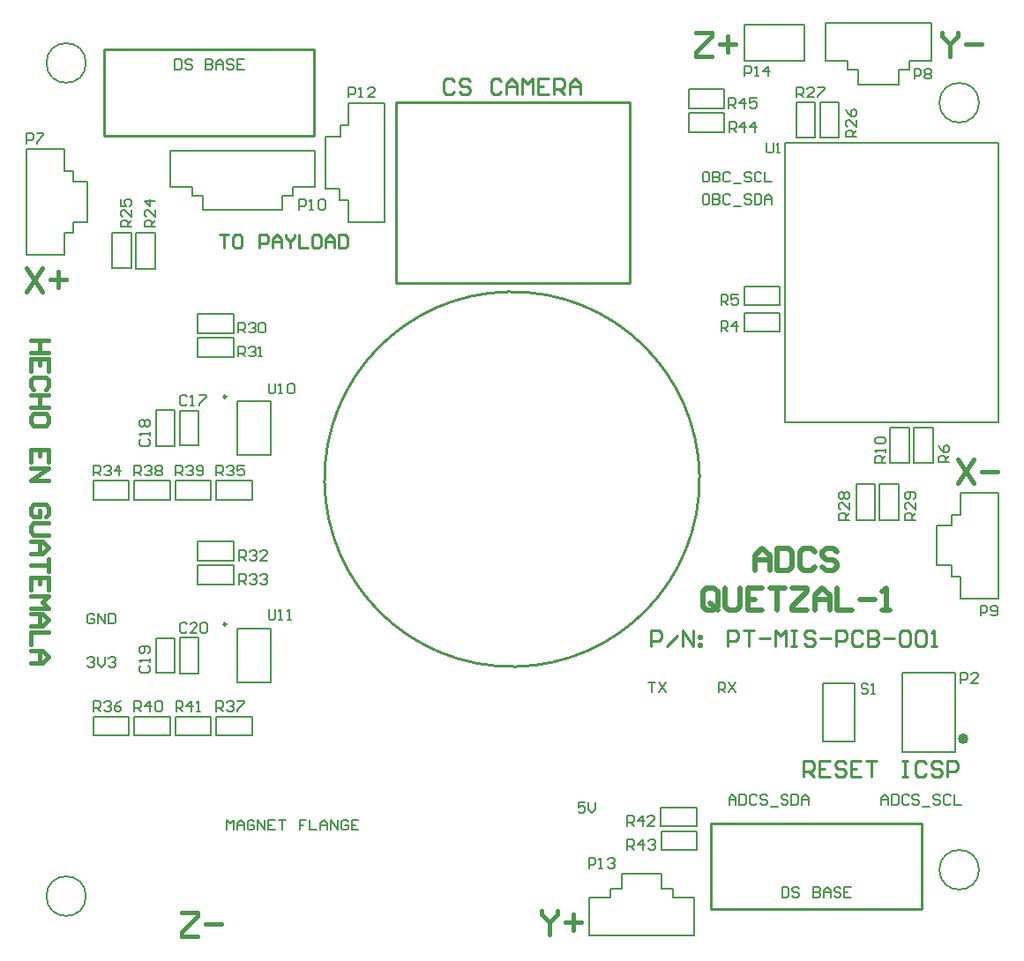
<source format=gto>
G04*
G04 #@! TF.GenerationSoftware,Altium Limited,Altium Designer,19.0.15 (446)*
G04*
G04 Layer_Color=65535*
%FSLAX25Y25*%
%MOIN*%
G70*
G01*
G75*
%ADD10C,0.02165*%
%ADD11C,0.00591*%
%ADD12C,0.00984*%
%ADD13C,0.01000*%
%ADD14C,0.00787*%
%ADD15C,0.02000*%
%ADD16C,0.01575*%
D10*
X340019Y59500D02*
G03*
X340019Y59500I-1019J0D01*
G01*
D11*
X344980Y300000D02*
G03*
X344980Y300000I-7480J0D01*
G01*
Y10000D02*
G03*
X344980Y10000I-7480J0D01*
G01*
X7480Y0D02*
G03*
X7480Y0I-7480J0D01*
G01*
Y315000D02*
G03*
X7480Y315000I-7480J0D01*
G01*
X286000Y58500D02*
Y80500D01*
Y58500D02*
X298000D01*
Y80500D01*
X286000D02*
X298000D01*
X32756Y250693D02*
X33543D01*
Y237307D02*
Y250693D01*
X32756Y237307D02*
X33543D01*
X26457Y250693D02*
X32756D01*
X26457Y237307D02*
Y250693D01*
Y237307D02*
X32756D01*
X23756Y250748D02*
X24543D01*
Y237362D02*
Y250748D01*
X23756Y237362D02*
X24543D01*
X17457Y250748D02*
X23756D01*
X17457Y237362D02*
Y250748D01*
Y237362D02*
X23756D01*
X291256Y300193D02*
X292043D01*
Y286807D02*
Y300193D01*
X291256Y286807D02*
X292043D01*
X284957Y300193D02*
X291256D01*
X284957Y286807D02*
Y300193D01*
Y286807D02*
X291256D01*
X282256Y300193D02*
X283043D01*
Y286807D02*
Y300193D01*
X282256Y286807D02*
X283043D01*
X275957Y300193D02*
X282256D01*
X275957Y286807D02*
Y300193D01*
Y286807D02*
X282256D01*
X298575Y142307D02*
X299362D01*
X298575D02*
Y155693D01*
X299362D01*
Y142307D02*
X305661D01*
Y155693D01*
X299362D02*
X305661D01*
X307457Y142307D02*
X308244D01*
X307457D02*
Y155693D01*
X308244D01*
Y142307D02*
X314543D01*
Y155693D01*
X308244D02*
X314543D01*
X224807Y32756D02*
Y33543D01*
X238193D01*
Y32756D02*
Y33543D01*
X224807Y26457D02*
Y32756D01*
Y26457D02*
X238193D01*
Y32756D01*
X224862Y23756D02*
Y24543D01*
X238248D01*
Y23756D02*
Y24543D01*
X224862Y17457D02*
Y23756D01*
Y17457D02*
X238248D01*
Y23756D01*
X248693Y288957D02*
Y289744D01*
X235307Y288957D02*
X248693D01*
X235307D02*
Y289744D01*
X248693D02*
Y296043D01*
X235307D02*
X248693D01*
X235307Y289744D02*
Y296043D01*
X248638Y297957D02*
Y298744D01*
X235252Y297957D02*
X248638D01*
X235252D02*
Y298744D01*
X248638D02*
Y305043D01*
X235252D02*
X248638D01*
X235252Y298744D02*
Y305043D01*
X269693Y213398D02*
Y214185D01*
X256307Y213398D02*
X269693D01*
X256307D02*
Y214185D01*
X269693D02*
Y220484D01*
X256307D02*
X269693D01*
X256307Y214185D02*
Y220484D01*
X269693Y223398D02*
Y224185D01*
X256307Y223398D02*
X269693D01*
X256307D02*
Y224185D01*
X269693D02*
Y230484D01*
X256307D02*
X269693D01*
X256307Y224185D02*
Y230484D01*
X326756Y177193D02*
X327543D01*
Y163807D02*
Y177193D01*
X326756Y163807D02*
X327543D01*
X320457Y177193D02*
X326756D01*
X320457Y163807D02*
Y177193D01*
Y163807D02*
X326756D01*
X311457D02*
X312244D01*
X311457D02*
Y177193D01*
X312244D01*
Y163807D02*
X318543D01*
Y177193D01*
X312244D02*
X318543D01*
X10307Y156256D02*
Y157043D01*
X23693D01*
Y156256D02*
Y157043D01*
X10307Y149957D02*
Y156256D01*
Y149957D02*
X23693D01*
Y156256D01*
X25807D02*
Y157043D01*
X39193D01*
Y156256D02*
Y157043D01*
X25807Y149957D02*
Y156256D01*
Y149957D02*
X39193D01*
Y156256D01*
X70193Y149957D02*
Y150744D01*
X56807Y149957D02*
X70193D01*
X56807D02*
Y150744D01*
X70193D02*
Y157043D01*
X56807D02*
X70193D01*
X56807Y150744D02*
Y157043D01*
X54693Y149957D02*
Y150744D01*
X41307Y149957D02*
X54693D01*
X41307D02*
Y150744D01*
X54693D02*
Y157043D01*
X41307D02*
X54693D01*
X41307Y150744D02*
Y157043D01*
X63193Y212957D02*
Y213744D01*
X49807Y212957D02*
X63193D01*
X49807D02*
Y213744D01*
X63193D02*
Y220043D01*
X49807D02*
X63193D01*
X49807Y213744D02*
Y220043D01*
X63193Y203957D02*
Y204744D01*
X49807Y203957D02*
X63193D01*
X49807D02*
Y204744D01*
X63193D02*
Y211043D01*
X49807D02*
X63193D01*
X49807Y204744D02*
Y211043D01*
X10307Y66992D02*
Y67779D01*
X23693D01*
Y66992D02*
Y67779D01*
X10307Y60693D02*
Y66992D01*
Y60693D02*
X23693D01*
Y66992D01*
X25807D02*
Y67779D01*
X39193D01*
Y66992D02*
Y67779D01*
X25807Y60693D02*
Y66992D01*
Y60693D02*
X39193D01*
Y66992D01*
X70193Y60693D02*
Y61480D01*
X56807Y60693D02*
X70193D01*
X56807D02*
Y61480D01*
X70193D02*
Y67779D01*
X56807D02*
X70193D01*
X56807Y61480D02*
Y67779D01*
X54693Y60693D02*
Y61480D01*
X41307Y60693D02*
X54693D01*
X41307D02*
Y61480D01*
X54693D02*
Y67779D01*
X41307D02*
X54693D01*
X41307Y61480D02*
Y67779D01*
X63193Y126957D02*
Y127744D01*
X49807Y126957D02*
X63193D01*
X49807D02*
Y127744D01*
X63193D02*
Y134043D01*
X49807D02*
X63193D01*
X49807Y127744D02*
Y134043D01*
X63193Y117957D02*
Y118744D01*
X49807Y117957D02*
X63193D01*
X49807D02*
Y118744D01*
X63193D02*
Y125043D01*
X49807D02*
X63193D01*
X49807Y118744D02*
Y125043D01*
X42913Y170504D02*
X50000D01*
Y183496D01*
X42913D02*
X50000D01*
X42913Y170504D02*
Y183496D01*
X33913Y84504D02*
X41000D01*
Y97496D01*
X33913D02*
X41000D01*
X33913Y84504D02*
Y97496D01*
X97850Y267441D02*
Y287323D01*
Y267441D02*
X103362D01*
Y263209D02*
Y267441D01*
Y263209D02*
X106709D01*
Y254941D02*
Y263209D01*
Y254941D02*
X120291D01*
X106709Y299823D02*
X120291D01*
Y254941D02*
Y299823D01*
X103559Y291555D02*
X106709D01*
X103559Y287323D02*
Y291555D01*
X97850Y287323D02*
X103559D01*
X106709Y291555D02*
Y299823D01*
X336000Y54516D02*
Y84516D01*
X316000Y54516D02*
Y84516D01*
Y54516D02*
X336000D01*
X316000Y84516D02*
X336000D01*
X271744Y284854D02*
X352453D01*
X271744Y179047D02*
Y284854D01*
X352453Y179047D02*
Y284854D01*
X271744Y179047D02*
X352453D01*
X-709Y242559D02*
Y250827D01*
X2638D01*
Y254961D01*
X8150D01*
Y270020D01*
X2638D02*
X8150D01*
X2638D02*
Y274252D01*
X-709D02*
X2638D01*
X-709D02*
Y282520D01*
X-15079D02*
X-709D01*
X-15079Y242559D02*
X-709D01*
X-15079D02*
Y282520D01*
X287059Y330079D02*
X327020D01*
X287059Y315709D02*
Y330079D01*
X327020Y315709D02*
Y330079D01*
X318752Y315709D02*
X327020D01*
X318752Y312362D02*
Y315709D01*
X314520Y312362D02*
X318752D01*
X314520Y306850D02*
Y312362D01*
X299461Y306850D02*
X314520D01*
X299461D02*
Y312362D01*
X295327D02*
X299461D01*
X295327D02*
Y315709D01*
X287059D02*
X295327D01*
X337917Y144213D02*
Y152480D01*
X334571Y144213D02*
X337917D01*
X334571Y140079D02*
Y144213D01*
X329059Y140079D02*
X334571D01*
X329059Y125020D02*
Y140079D01*
Y125020D02*
X334571D01*
Y120787D02*
Y125020D01*
Y120787D02*
X337917D01*
Y112520D02*
Y120787D01*
Y112520D02*
X352287D01*
X337917Y152480D02*
X352287D01*
Y112520D02*
Y152480D01*
X197520Y-14787D02*
X237480D01*
Y-417D01*
X197520Y-14787D02*
Y-417D01*
X205787D01*
Y2929D01*
X210020D01*
Y8441D01*
X225079D01*
Y2929D02*
Y8441D01*
Y2929D02*
X229213D01*
Y-417D02*
Y2929D01*
Y-417D02*
X237480D01*
X256260Y315980D02*
X278898D01*
X256260D02*
Y329563D01*
X278898D01*
Y315980D02*
Y329563D01*
X33913Y170307D02*
Y183693D01*
Y170307D02*
X41000D01*
X33913Y183693D02*
X41000D01*
Y170307D02*
Y183693D01*
X42913Y84307D02*
Y97693D01*
Y84307D02*
X50000D01*
X42913Y97693D02*
X50000D01*
Y84307D02*
Y97693D01*
X51795Y259350D02*
X66461D01*
X39295Y281791D02*
X94020D01*
X39295Y268209D02*
Y281791D01*
X81520Y264862D02*
X85752D01*
Y268209D01*
X94020D01*
Y281791D01*
X81520Y259350D02*
Y264862D01*
X66461Y259350D02*
X81520D01*
X51795D02*
Y264862D01*
X47563D02*
X51795D01*
X47563D02*
Y268209D01*
X39295D02*
X47563D01*
X41000Y316436D02*
Y312500D01*
X42968D01*
X43624Y313156D01*
Y315780D01*
X42968Y316436D01*
X41000D01*
X47560Y315780D02*
X46904Y316436D01*
X45592D01*
X44936Y315780D01*
Y315124D01*
X45592Y314468D01*
X46904D01*
X47560Y313812D01*
Y313156D01*
X46904Y312500D01*
X45592D01*
X44936Y313156D01*
X52807Y316436D02*
Y312500D01*
X54775D01*
X55431Y313156D01*
Y313812D01*
X54775Y314468D01*
X52807D01*
X54775D01*
X55431Y315124D01*
Y315780D01*
X54775Y316436D01*
X52807D01*
X56743Y312500D02*
Y315124D01*
X58055Y316436D01*
X59367Y315124D01*
Y312500D01*
Y314468D01*
X56743D01*
X63302Y315780D02*
X62647Y316436D01*
X61335D01*
X60679Y315780D01*
Y315124D01*
X61335Y314468D01*
X62647D01*
X63302Y313812D01*
Y313156D01*
X62647Y312500D01*
X61335D01*
X60679Y313156D01*
X67238Y316436D02*
X64614D01*
Y312500D01*
X67238D01*
X64614Y314468D02*
X65926D01*
X270500Y3518D02*
Y-417D01*
X272468D01*
X273124Y239D01*
Y2863D01*
X272468Y3518D01*
X270500D01*
X277060Y2863D02*
X276404Y3518D01*
X275092D01*
X274436Y2863D01*
Y2207D01*
X275092Y1551D01*
X276404D01*
X277060Y895D01*
Y239D01*
X276404Y-417D01*
X275092D01*
X274436Y239D01*
X282307Y3518D02*
Y-417D01*
X284275D01*
X284931Y239D01*
Y895D01*
X284275Y1551D01*
X282307D01*
X284275D01*
X284931Y2207D01*
Y2863D01*
X284275Y3518D01*
X282307D01*
X286243Y-417D02*
Y2207D01*
X287555Y3518D01*
X288867Y2207D01*
Y-417D01*
Y1551D01*
X286243D01*
X292803Y2863D02*
X292147Y3518D01*
X290835D01*
X290179Y2863D01*
Y2207D01*
X290835Y1551D01*
X292147D01*
X292803Y895D01*
Y239D01*
X292147Y-417D01*
X290835D01*
X290179Y239D01*
X296738Y3518D02*
X294114D01*
Y-417D01*
X296738D01*
X294114Y1551D02*
X295426D01*
X60634Y25000D02*
Y28936D01*
X61946Y27624D01*
X63258Y28936D01*
Y25000D01*
X64570D02*
Y27624D01*
X65882Y28936D01*
X67194Y27624D01*
Y25000D01*
Y26968D01*
X64570D01*
X71130Y28280D02*
X70474Y28936D01*
X69162D01*
X68506Y28280D01*
Y25656D01*
X69162Y25000D01*
X70474D01*
X71130Y25656D01*
Y26968D01*
X69818D01*
X72442Y25000D02*
Y28936D01*
X75065Y25000D01*
Y28936D01*
X79001D02*
X76377D01*
Y25000D01*
X79001D01*
X76377Y26968D02*
X77689D01*
X80313Y28936D02*
X82937D01*
X81625D01*
Y25000D01*
X90808Y28936D02*
X88185D01*
Y26968D01*
X89496D01*
X88185D01*
Y25000D01*
X92120Y28936D02*
Y25000D01*
X94744D01*
X96056D02*
Y27624D01*
X97368Y28936D01*
X98680Y27624D01*
Y25000D01*
Y26968D01*
X96056D01*
X99992Y25000D02*
Y28936D01*
X102616Y25000D01*
Y28936D01*
X106551Y28280D02*
X105895Y28936D01*
X104584D01*
X103928Y28280D01*
Y25656D01*
X104584Y25000D01*
X105895D01*
X106551Y25656D01*
Y26968D01*
X105239D01*
X110487Y28936D02*
X107863D01*
Y25000D01*
X110487D01*
X107863Y26968D02*
X109175D01*
X242468Y273936D02*
X241156D01*
X240500Y273280D01*
Y270656D01*
X241156Y270000D01*
X242468D01*
X243124Y270656D01*
Y273280D01*
X242468Y273936D01*
X244436D02*
Y270000D01*
X246404D01*
X247060Y270656D01*
Y271312D01*
X246404Y271968D01*
X244436D01*
X246404D01*
X247060Y272624D01*
Y273280D01*
X246404Y273936D01*
X244436D01*
X250995Y273280D02*
X250339Y273936D01*
X249027D01*
X248372Y273280D01*
Y270656D01*
X249027Y270000D01*
X250339D01*
X250995Y270656D01*
X252307Y269344D02*
X254931D01*
X258867Y273280D02*
X258211Y273936D01*
X256899D01*
X256243Y273280D01*
Y272624D01*
X256899Y271968D01*
X258211D01*
X258867Y271312D01*
Y270656D01*
X258211Y270000D01*
X256899D01*
X256243Y270656D01*
X262803Y273280D02*
X262147Y273936D01*
X260835D01*
X260179Y273280D01*
Y270656D01*
X260835Y270000D01*
X262147D01*
X262803Y270656D01*
X264114Y273936D02*
Y270000D01*
X266738D01*
X242468Y265436D02*
X241156D01*
X240500Y264780D01*
Y262156D01*
X241156Y261500D01*
X242468D01*
X243124Y262156D01*
Y264780D01*
X242468Y265436D01*
X244436D02*
Y261500D01*
X246404D01*
X247060Y262156D01*
Y262812D01*
X246404Y263468D01*
X244436D01*
X246404D01*
X247060Y264124D01*
Y264780D01*
X246404Y265436D01*
X244436D01*
X250995Y264780D02*
X250339Y265436D01*
X249027D01*
X248372Y264780D01*
Y262156D01*
X249027Y261500D01*
X250339D01*
X250995Y262156D01*
X252307Y260844D02*
X254931D01*
X258867Y264780D02*
X258211Y265436D01*
X256899D01*
X256243Y264780D01*
Y264124D01*
X256899Y263468D01*
X258211D01*
X258867Y262812D01*
Y262156D01*
X258211Y261500D01*
X256899D01*
X256243Y262156D01*
X260179Y265436D02*
Y261500D01*
X262147D01*
X262803Y262156D01*
Y264780D01*
X262147Y265436D01*
X260179D01*
X264114Y261500D02*
Y264124D01*
X265426Y265436D01*
X266738Y264124D01*
Y261500D01*
Y263468D01*
X264114D01*
X10624Y106280D02*
X9968Y106936D01*
X8656D01*
X8000Y106280D01*
Y103656D01*
X8656Y103000D01*
X9968D01*
X10624Y103656D01*
Y104968D01*
X9312D01*
X11936Y103000D02*
Y106936D01*
X14560Y103000D01*
Y106936D01*
X15871D02*
Y103000D01*
X17839D01*
X18495Y103656D01*
Y106280D01*
X17839Y106936D01*
X15871D01*
X8000Y89780D02*
X8656Y90436D01*
X9968D01*
X10624Y89780D01*
Y89124D01*
X9968Y88468D01*
X9312D01*
X9968D01*
X10624Y87812D01*
Y87156D01*
X9968Y86500D01*
X8656D01*
X8000Y87156D01*
X11936Y90436D02*
Y87812D01*
X13248Y86500D01*
X14560Y87812D01*
Y90436D01*
X15871Y89780D02*
X16527Y90436D01*
X17839D01*
X18495Y89780D01*
Y89124D01*
X17839Y88468D01*
X17183D01*
X17839D01*
X18495Y87812D01*
Y87156D01*
X17839Y86500D01*
X16527D01*
X15871Y87156D01*
X308000Y34500D02*
Y37124D01*
X309312Y38436D01*
X310624Y37124D01*
Y34500D01*
Y36468D01*
X308000D01*
X311936Y38436D02*
Y34500D01*
X313904D01*
X314560Y35156D01*
Y37780D01*
X313904Y38436D01*
X311936D01*
X318495Y37780D02*
X317839Y38436D01*
X316527D01*
X315872Y37780D01*
Y35156D01*
X316527Y34500D01*
X317839D01*
X318495Y35156D01*
X322431Y37780D02*
X321775Y38436D01*
X320463D01*
X319807Y37780D01*
Y37124D01*
X320463Y36468D01*
X321775D01*
X322431Y35812D01*
Y35156D01*
X321775Y34500D01*
X320463D01*
X319807Y35156D01*
X323743Y33844D02*
X326367D01*
X330303Y37780D02*
X329647Y38436D01*
X328335D01*
X327679Y37780D01*
Y37124D01*
X328335Y36468D01*
X329647D01*
X330303Y35812D01*
Y35156D01*
X329647Y34500D01*
X328335D01*
X327679Y35156D01*
X334238Y37780D02*
X333582Y38436D01*
X332270D01*
X331614Y37780D01*
Y35156D01*
X332270Y34500D01*
X333582D01*
X334238Y35156D01*
X335550Y38436D02*
Y34500D01*
X338174D01*
X250500D02*
Y37124D01*
X251812Y38436D01*
X253124Y37124D01*
Y34500D01*
Y36468D01*
X250500D01*
X254436Y38436D02*
Y34500D01*
X256404D01*
X257060Y35156D01*
Y37780D01*
X256404Y38436D01*
X254436D01*
X260995Y37780D02*
X260339Y38436D01*
X259027D01*
X258371Y37780D01*
Y35156D01*
X259027Y34500D01*
X260339D01*
X260995Y35156D01*
X264931Y37780D02*
X264275Y38436D01*
X262963D01*
X262307Y37780D01*
Y37124D01*
X262963Y36468D01*
X264275D01*
X264931Y35812D01*
Y35156D01*
X264275Y34500D01*
X262963D01*
X262307Y35156D01*
X266243Y33844D02*
X268867D01*
X272802Y37780D02*
X272147Y38436D01*
X270835D01*
X270179Y37780D01*
Y37124D01*
X270835Y36468D01*
X272147D01*
X272802Y35812D01*
Y35156D01*
X272147Y34500D01*
X270835D01*
X270179Y35156D01*
X274114Y38436D02*
Y34500D01*
X276082D01*
X276738Y35156D01*
Y37780D01*
X276082Y38436D01*
X274114D01*
X278050Y34500D02*
Y37124D01*
X279362Y38436D01*
X280674Y37124D01*
Y34500D01*
Y36468D01*
X278050D01*
X196124Y35436D02*
X193500D01*
Y33468D01*
X194812Y34124D01*
X195468D01*
X196124Y33468D01*
Y32156D01*
X195468Y31500D01*
X194156D01*
X193500Y32156D01*
X197436Y35436D02*
Y32812D01*
X198748Y31500D01*
X200060Y32812D01*
Y35436D01*
X220000Y80936D02*
X222624D01*
X221312D01*
Y77000D01*
X223936Y80936D02*
X226560Y77000D01*
Y80936D02*
X223936Y77000D01*
X246500D02*
Y80936D01*
X248468D01*
X249124Y80280D01*
Y78968D01*
X248468Y78312D01*
X246500D01*
X247812D02*
X249124Y77000D01*
X250436Y80936D02*
X253060Y77000D01*
Y80936D02*
X250436Y77000D01*
X106709Y302000D02*
Y305936D01*
X108677D01*
X109333Y305280D01*
Y303968D01*
X108677Y303312D01*
X106709D01*
X110644Y302000D02*
X111956D01*
X111300D01*
Y305936D01*
X110644Y305280D01*
X116548Y302000D02*
X113924D01*
X116548Y304624D01*
Y305280D01*
X115892Y305936D01*
X114580D01*
X113924Y305280D01*
X88000Y259500D02*
Y263436D01*
X89968D01*
X90624Y262780D01*
Y261468D01*
X89968Y260812D01*
X88000D01*
X91936Y259500D02*
X93248D01*
X92592D01*
Y263436D01*
X91936Y262780D01*
X95215D02*
X95872Y263436D01*
X97183D01*
X97839Y262780D01*
Y260156D01*
X97183Y259500D01*
X95872D01*
X95215Y260156D01*
Y262780D01*
X303124Y79780D02*
X302468Y80436D01*
X301156D01*
X300500Y79780D01*
Y79124D01*
X301156Y78468D01*
X302468D01*
X303124Y77812D01*
Y77156D01*
X302468Y76500D01*
X301156D01*
X300500Y77156D01*
X304436Y76500D02*
X305748D01*
X305092D01*
Y80436D01*
X304436Y79780D01*
X338000Y80500D02*
Y84436D01*
X339968D01*
X340624Y83780D01*
Y82468D01*
X339968Y81812D01*
X338000D01*
X344560Y80500D02*
X341936D01*
X344560Y83124D01*
Y83780D01*
X343904Y84436D01*
X342592D01*
X341936Y83780D01*
X76500Y108436D02*
Y105156D01*
X77156Y104500D01*
X78468D01*
X79124Y105156D01*
Y108436D01*
X80436Y104500D02*
X81748D01*
X81092D01*
Y108436D01*
X80436Y107780D01*
X83715Y104500D02*
X85027D01*
X84372D01*
Y108436D01*
X83715Y107780D01*
X65436Y117957D02*
Y121892D01*
X67404D01*
X68060Y121237D01*
Y119925D01*
X67404Y119269D01*
X65436D01*
X66748D02*
X68060Y117957D01*
X69371Y121237D02*
X70027Y121892D01*
X71339D01*
X71995Y121237D01*
Y120580D01*
X71339Y119925D01*
X70683D01*
X71339D01*
X71995Y119269D01*
Y118613D01*
X71339Y117957D01*
X70027D01*
X69371Y118613D01*
X73307Y121237D02*
X73963Y121892D01*
X75275D01*
X75931Y121237D01*
Y120580D01*
X75275Y119925D01*
X74619D01*
X75275D01*
X75931Y119269D01*
Y118613D01*
X75275Y117957D01*
X73963D01*
X73307Y118613D01*
X65436Y126957D02*
Y130892D01*
X67404D01*
X68060Y130236D01*
Y128925D01*
X67404Y128269D01*
X65436D01*
X66748D02*
X68060Y126957D01*
X69371Y130236D02*
X70027Y130892D01*
X71339D01*
X71995Y130236D01*
Y129580D01*
X71339Y128925D01*
X70683D01*
X71339D01*
X71995Y128269D01*
Y127613D01*
X71339Y126957D01*
X70027D01*
X69371Y127613D01*
X75931Y126957D02*
X73307D01*
X75931Y129580D01*
Y130236D01*
X75275Y130892D01*
X73963D01*
X73307Y130236D01*
X41500Y69736D02*
Y73672D01*
X43468D01*
X44124Y73016D01*
Y71704D01*
X43468Y71048D01*
X41500D01*
X42812D02*
X44124Y69736D01*
X47404D02*
Y73672D01*
X45436Y71704D01*
X48060D01*
X49371Y69736D02*
X50683D01*
X50027D01*
Y73672D01*
X49371Y73016D01*
X56807Y69736D02*
Y73672D01*
X58775D01*
X59431Y73016D01*
Y71704D01*
X58775Y71048D01*
X56807D01*
X58119D02*
X59431Y69736D01*
X60743Y73016D02*
X61399Y73672D01*
X62711D01*
X63367Y73016D01*
Y72360D01*
X62711Y71704D01*
X62055D01*
X62711D01*
X63367Y71048D01*
Y70392D01*
X62711Y69736D01*
X61399D01*
X60743Y70392D01*
X64679Y73672D02*
X67302D01*
Y73016D01*
X64679Y70392D01*
Y69736D01*
X25807D02*
Y73672D01*
X27775D01*
X28431Y73016D01*
Y71704D01*
X27775Y71048D01*
X25807D01*
X27119D02*
X28431Y69736D01*
X31711D02*
Y73672D01*
X29743Y71704D01*
X32367D01*
X33679Y73016D02*
X34334Y73672D01*
X35646D01*
X36302Y73016D01*
Y70392D01*
X35646Y69736D01*
X34334D01*
X33679Y70392D01*
Y73016D01*
X10307Y69736D02*
Y73672D01*
X12275D01*
X12931Y73016D01*
Y71704D01*
X12275Y71048D01*
X10307D01*
X11619D02*
X12931Y69736D01*
X14243Y73016D02*
X14899Y73672D01*
X16211D01*
X16867Y73016D01*
Y72360D01*
X16211Y71704D01*
X15555D01*
X16211D01*
X16867Y71048D01*
Y70392D01*
X16211Y69736D01*
X14899D01*
X14243Y70392D01*
X20802Y73672D02*
X19490Y73016D01*
X18179Y71704D01*
Y70392D01*
X18835Y69736D01*
X20146D01*
X20802Y70392D01*
Y71048D01*
X20146Y71704D01*
X18179D01*
X45537Y102780D02*
X44881Y103436D01*
X43569D01*
X42913Y102780D01*
Y100156D01*
X43569Y99500D01*
X44881D01*
X45537Y100156D01*
X49473Y99500D02*
X46849D01*
X49473Y102124D01*
Y102780D01*
X48817Y103436D01*
X47505D01*
X46849Y102780D01*
X50785D02*
X51441Y103436D01*
X52753D01*
X53409Y102780D01*
Y100156D01*
X52753Y99500D01*
X51441D01*
X50785Y100156D01*
Y102780D01*
X28220Y87124D02*
X27564Y86468D01*
Y85156D01*
X28220Y84500D01*
X30844D01*
X31500Y85156D01*
Y86468D01*
X30844Y87124D01*
X31500Y88436D02*
Y89748D01*
Y89092D01*
X27564D01*
X28220Y88436D01*
X30844Y91716D02*
X31500Y92371D01*
Y93683D01*
X30844Y94339D01*
X28220D01*
X27564Y93683D01*
Y92371D01*
X28220Y91716D01*
X28876D01*
X29532Y92371D01*
Y94339D01*
X76500Y193936D02*
Y190656D01*
X77156Y190000D01*
X78468D01*
X79124Y190656D01*
Y193936D01*
X80436Y190000D02*
X81748D01*
X81092D01*
Y193936D01*
X80436Y193280D01*
X83715D02*
X84372Y193936D01*
X85683D01*
X86339Y193280D01*
Y190656D01*
X85683Y190000D01*
X84372D01*
X83715Y190656D01*
Y193280D01*
X64936Y204000D02*
Y207936D01*
X66904D01*
X67559Y207280D01*
Y205968D01*
X66904Y205312D01*
X64936D01*
X66248D02*
X67559Y204000D01*
X68871Y207280D02*
X69527Y207936D01*
X70839D01*
X71495Y207280D01*
Y206624D01*
X70839Y205968D01*
X70183D01*
X70839D01*
X71495Y205312D01*
Y204656D01*
X70839Y204000D01*
X69527D01*
X68871Y204656D01*
X72807Y204000D02*
X74119D01*
X73463D01*
Y207936D01*
X72807Y207280D01*
X64936Y213000D02*
Y216936D01*
X66904D01*
X67559Y216280D01*
Y214968D01*
X66904Y214312D01*
X64936D01*
X66248D02*
X67559Y213000D01*
X68871Y216280D02*
X69527Y216936D01*
X70839D01*
X71495Y216280D01*
Y215624D01*
X70839Y214968D01*
X70183D01*
X70839D01*
X71495Y214312D01*
Y213656D01*
X70839Y213000D01*
X69527D01*
X68871Y213656D01*
X72807Y216280D02*
X73463Y216936D01*
X74775D01*
X75431Y216280D01*
Y213656D01*
X74775Y213000D01*
X73463D01*
X72807Y213656D01*
Y216280D01*
X41307Y159000D02*
Y162936D01*
X43275D01*
X43931Y162280D01*
Y160968D01*
X43275Y160312D01*
X41307D01*
X42619D02*
X43931Y159000D01*
X45243Y162280D02*
X45899Y162936D01*
X47211D01*
X47867Y162280D01*
Y161624D01*
X47211Y160968D01*
X46555D01*
X47211D01*
X47867Y160312D01*
Y159656D01*
X47211Y159000D01*
X45899D01*
X45243Y159656D01*
X49179D02*
X49834Y159000D01*
X51146D01*
X51802Y159656D01*
Y162280D01*
X51146Y162936D01*
X49834D01*
X49179Y162280D01*
Y161624D01*
X49834Y160968D01*
X51802D01*
X56807Y159000D02*
Y162936D01*
X58775D01*
X59431Y162280D01*
Y160968D01*
X58775Y160312D01*
X56807D01*
X58119D02*
X59431Y159000D01*
X60743Y162280D02*
X61399Y162936D01*
X62711D01*
X63367Y162280D01*
Y161624D01*
X62711Y160968D01*
X62055D01*
X62711D01*
X63367Y160312D01*
Y159656D01*
X62711Y159000D01*
X61399D01*
X60743Y159656D01*
X67302Y162936D02*
X64679D01*
Y160968D01*
X65991Y161624D01*
X66646D01*
X67302Y160968D01*
Y159656D01*
X66646Y159000D01*
X65334D01*
X64679Y159656D01*
X25807Y159000D02*
Y162936D01*
X27775D01*
X28431Y162280D01*
Y160968D01*
X27775Y160312D01*
X25807D01*
X27119D02*
X28431Y159000D01*
X29743Y162280D02*
X30399Y162936D01*
X31711D01*
X32367Y162280D01*
Y161624D01*
X31711Y160968D01*
X31055D01*
X31711D01*
X32367Y160312D01*
Y159656D01*
X31711Y159000D01*
X30399D01*
X29743Y159656D01*
X33679Y162280D02*
X34334Y162936D01*
X35646D01*
X36302Y162280D01*
Y161624D01*
X35646Y160968D01*
X36302Y160312D01*
Y159656D01*
X35646Y159000D01*
X34334D01*
X33679Y159656D01*
Y160312D01*
X34334Y160968D01*
X33679Y161624D01*
Y162280D01*
X34334Y160968D02*
X35646D01*
X10307Y159000D02*
Y162936D01*
X12275D01*
X12931Y162280D01*
Y160968D01*
X12275Y160312D01*
X10307D01*
X11619D02*
X12931Y159000D01*
X14243Y162280D02*
X14899Y162936D01*
X16211D01*
X16867Y162280D01*
Y161624D01*
X16211Y160968D01*
X15555D01*
X16211D01*
X16867Y160312D01*
Y159656D01*
X16211Y159000D01*
X14899D01*
X14243Y159656D01*
X20146Y159000D02*
Y162936D01*
X18179Y160968D01*
X20802D01*
X28220Y172931D02*
X27564Y172275D01*
Y170963D01*
X28220Y170307D01*
X30844D01*
X31500Y170963D01*
Y172275D01*
X30844Y172931D01*
X31500Y174243D02*
Y175555D01*
Y174899D01*
X27564D01*
X28220Y174243D01*
Y177523D02*
X27564Y178179D01*
Y179490D01*
X28220Y180146D01*
X28876D01*
X29532Y179490D01*
X30188Y180146D01*
X30844D01*
X31500Y179490D01*
Y178179D01*
X30844Y177523D01*
X30188D01*
X29532Y178179D01*
X28876Y177523D01*
X28220D01*
X29532Y178179D02*
Y179490D01*
X45624Y188780D02*
X44968Y189436D01*
X43656D01*
X43000Y188780D01*
Y186156D01*
X43656Y185500D01*
X44968D01*
X45624Y186156D01*
X46936Y185500D02*
X48248D01*
X47592D01*
Y189436D01*
X46936Y188780D01*
X50216Y189436D02*
X52839D01*
Y188780D01*
X50216Y186156D01*
Y185500D01*
X264567Y284936D02*
Y281656D01*
X265223Y281000D01*
X266535D01*
X267191Y281656D01*
Y284936D01*
X268503Y281000D02*
X269815D01*
X269159D01*
Y284936D01*
X268503Y284280D01*
X309500Y163807D02*
X305564D01*
Y165775D01*
X306220Y166431D01*
X307532D01*
X308188Y165775D01*
Y163807D01*
Y165119D02*
X309500Y166431D01*
Y167743D02*
Y169055D01*
Y168399D01*
X305564D01*
X306220Y167743D01*
Y171023D02*
X305564Y171679D01*
Y172991D01*
X306220Y173646D01*
X308844D01*
X309500Y172991D01*
Y171679D01*
X308844Y171023D01*
X306220D01*
X333500Y164000D02*
X329564D01*
Y165968D01*
X330220Y166624D01*
X331532D01*
X332188Y165968D01*
Y164000D01*
Y165312D02*
X333500Y166624D01*
X329564Y170560D02*
X330220Y169248D01*
X331532Y167936D01*
X332844D01*
X333500Y168592D01*
Y169904D01*
X332844Y170560D01*
X332188D01*
X331532Y169904D01*
Y167936D01*
X247500Y223548D02*
Y227483D01*
X249468D01*
X250124Y226827D01*
Y225516D01*
X249468Y224859D01*
X247500D01*
X248812D02*
X250124Y223548D01*
X254060Y227483D02*
X251436D01*
Y225516D01*
X252748Y226171D01*
X253404D01*
X254060Y225516D01*
Y224204D01*
X253404Y223548D01*
X252092D01*
X251436Y224204D01*
X247500Y213650D02*
Y217586D01*
X249468D01*
X250124Y216930D01*
Y215618D01*
X249468Y214962D01*
X247500D01*
X248812D02*
X250124Y213650D01*
X253404D02*
Y217586D01*
X251436Y215618D01*
X254060D01*
X250445Y297957D02*
Y301892D01*
X252413D01*
X253069Y301237D01*
Y299925D01*
X252413Y299269D01*
X250445D01*
X251757D02*
X253069Y297957D01*
X256348D02*
Y301892D01*
X254381Y299925D01*
X257004D01*
X260940Y301892D02*
X258316D01*
Y299925D01*
X259628Y300581D01*
X260284D01*
X260940Y299925D01*
Y298613D01*
X260284Y297957D01*
X258972D01*
X258316Y298613D01*
X250555Y288957D02*
Y292892D01*
X252523D01*
X253179Y292236D01*
Y290925D01*
X252523Y290269D01*
X250555D01*
X251867D02*
X253179Y288957D01*
X256459D02*
Y292892D01*
X254491Y290925D01*
X257115D01*
X260395Y288957D02*
Y292892D01*
X258427Y290925D01*
X261050D01*
X212055Y17457D02*
Y21392D01*
X214023D01*
X214679Y20737D01*
Y19425D01*
X214023Y18769D01*
X212055D01*
X213367D02*
X214679Y17457D01*
X217959D02*
Y21392D01*
X215991Y19425D01*
X218615D01*
X219927Y20737D02*
X220583Y21392D01*
X221895D01*
X222550Y20737D01*
Y20080D01*
X221895Y19425D01*
X221238D01*
X221895D01*
X222550Y18769D01*
Y18113D01*
X221895Y17457D01*
X220583D01*
X219927Y18113D01*
X211945Y26457D02*
Y30392D01*
X213913D01*
X214569Y29737D01*
Y28425D01*
X213913Y27769D01*
X211945D01*
X213257D02*
X214569Y26457D01*
X217848D02*
Y30392D01*
X215881Y28425D01*
X218504D01*
X222440Y26457D02*
X219816D01*
X222440Y29081D01*
Y29737D01*
X221784Y30392D01*
X220472D01*
X219816Y29737D01*
X321000Y142307D02*
X317064D01*
Y144275D01*
X317720Y144931D01*
X319032D01*
X319688Y144275D01*
Y142307D01*
Y143619D02*
X321000Y144931D01*
Y148867D02*
Y146243D01*
X318376Y148867D01*
X317720D01*
X317064Y148211D01*
Y146899D01*
X317720Y146243D01*
X320344Y150179D02*
X321000Y150835D01*
Y152146D01*
X320344Y152802D01*
X317720D01*
X317064Y152146D01*
Y150835D01*
X317720Y150179D01*
X318376D01*
X319032Y150835D01*
Y152802D01*
X296000Y142307D02*
X292064D01*
Y144275D01*
X292720Y144931D01*
X294032D01*
X294688Y144275D01*
Y142307D01*
Y143619D02*
X296000Y144931D01*
Y148867D02*
Y146243D01*
X293376Y148867D01*
X292720D01*
X292064Y148211D01*
Y146899D01*
X292720Y146243D01*
Y150179D02*
X292064Y150835D01*
Y152146D01*
X292720Y152802D01*
X293376D01*
X294032Y152146D01*
X294688Y152802D01*
X295344D01*
X296000Y152146D01*
Y150835D01*
X295344Y150179D01*
X294688D01*
X294032Y150835D01*
X293376Y150179D01*
X292720D01*
X294032Y150835D02*
Y152146D01*
X276039Y302000D02*
Y305936D01*
X278007D01*
X278663Y305280D01*
Y303968D01*
X278007Y303312D01*
X276039D01*
X277351D02*
X278663Y302000D01*
X282599D02*
X279975D01*
X282599Y304624D01*
Y305280D01*
X281943Y305936D01*
X280631D01*
X279975Y305280D01*
X283911Y305936D02*
X286535D01*
Y305280D01*
X283911Y302656D01*
Y302000D01*
X298500Y287000D02*
X294564D01*
Y288968D01*
X295220Y289624D01*
X296532D01*
X297188Y288968D01*
Y287000D01*
Y288312D02*
X298500Y289624D01*
Y293560D02*
Y290936D01*
X295876Y293560D01*
X295220D01*
X294564Y292904D01*
Y291592D01*
X295220Y290936D01*
X294564Y297495D02*
X295220Y296183D01*
X296532Y294871D01*
X297844D01*
X298500Y295527D01*
Y296839D01*
X297844Y297495D01*
X297188D01*
X296532Y296839D01*
Y294871D01*
X24500Y253000D02*
X20564D01*
Y254968D01*
X21220Y255624D01*
X22532D01*
X23188Y254968D01*
Y253000D01*
Y254312D02*
X24500Y255624D01*
Y259560D02*
Y256936D01*
X21876Y259560D01*
X21220D01*
X20564Y258904D01*
Y257592D01*
X21220Y256936D01*
X20564Y263495D02*
Y260872D01*
X22532D01*
X21876Y262183D01*
Y262839D01*
X22532Y263495D01*
X23844D01*
X24500Y262839D01*
Y261527D01*
X23844Y260872D01*
X33500Y253000D02*
X29564D01*
Y254968D01*
X30220Y255624D01*
X31532D01*
X32188Y254968D01*
Y253000D01*
Y254312D02*
X33500Y255624D01*
Y259560D02*
Y256936D01*
X30876Y259560D01*
X30220D01*
X29564Y258904D01*
Y257592D01*
X30220Y256936D01*
X33500Y262839D02*
X29564D01*
X31532Y260872D01*
Y263495D01*
X256260Y310000D02*
Y313936D01*
X258228D01*
X258884Y313280D01*
Y311968D01*
X258228Y311312D01*
X256260D01*
X260196Y310000D02*
X261508D01*
X260852D01*
Y313936D01*
X260196Y313280D01*
X265443Y310000D02*
Y313936D01*
X263475Y311968D01*
X266099D01*
X197520Y10500D02*
Y14436D01*
X199488D01*
X200144Y13780D01*
Y12468D01*
X199488Y11812D01*
X197520D01*
X201455Y10500D02*
X202767D01*
X202111D01*
Y14436D01*
X201455Y13780D01*
X204735D02*
X205391Y14436D01*
X206703D01*
X207359Y13780D01*
Y13124D01*
X206703Y12468D01*
X206047D01*
X206703D01*
X207359Y11812D01*
Y11156D01*
X206703Y10500D01*
X205391D01*
X204735Y11156D01*
X345500Y106000D02*
Y109936D01*
X347468D01*
X348124Y109280D01*
Y107968D01*
X347468Y107312D01*
X345500D01*
X349436Y106656D02*
X350092Y106000D01*
X351404D01*
X352060Y106656D01*
Y109280D01*
X351404Y109936D01*
X350092D01*
X349436Y109280D01*
Y108624D01*
X350092Y107968D01*
X352060D01*
X320500Y309000D02*
Y312936D01*
X322468D01*
X323124Y312280D01*
Y310968D01*
X322468Y310312D01*
X320500D01*
X324436Y312280D02*
X325092Y312936D01*
X326404D01*
X327060Y312280D01*
Y311624D01*
X326404Y310968D01*
X327060Y310312D01*
Y309656D01*
X326404Y309000D01*
X325092D01*
X324436Y309656D01*
Y310312D01*
X325092Y310968D01*
X324436Y311624D01*
Y312280D01*
X325092Y310968D02*
X326404D01*
X-15079Y284500D02*
Y288436D01*
X-13111D01*
X-12455Y287780D01*
Y286468D01*
X-13111Y285812D01*
X-15079D01*
X-11143Y288436D02*
X-8519D01*
Y287780D01*
X-11143Y285156D01*
Y284500D01*
D12*
X60469Y188811D02*
G03*
X60469Y188811I-492J0D01*
G01*
Y102811D02*
G03*
X60469Y102811I-492J0D01*
G01*
D13*
X162587Y87038D02*
G03*
X162432Y87052I5913J70619D01*
G01*
X124500Y300000D02*
X213000D01*
X93750Y287500D02*
Y320000D01*
X14250D02*
X93750D01*
X14250Y287500D02*
Y320000D01*
X14250Y287500D02*
X93750D01*
X243750Y-5000D02*
X323250D01*
X243750D02*
Y27500D01*
X323250D01*
Y-5000D02*
Y27500D01*
X124500Y231941D02*
Y300000D01*
Y231941D02*
X213000D01*
Y300000D01*
X146499Y307998D02*
X145499Y308998D01*
X143500D01*
X142500Y307998D01*
Y304000D01*
X143500Y303000D01*
X145499D01*
X146499Y304000D01*
X152497Y307998D02*
X151497Y308998D01*
X149498D01*
X148498Y307998D01*
Y306999D01*
X149498Y305999D01*
X151497D01*
X152497Y304999D01*
Y304000D01*
X151497Y303000D01*
X149498D01*
X148498Y304000D01*
X164493Y307998D02*
X163493Y308998D01*
X161494D01*
X160494Y307998D01*
Y304000D01*
X161494Y303000D01*
X163493D01*
X164493Y304000D01*
X166492Y303000D02*
Y306999D01*
X168492Y308998D01*
X170491Y306999D01*
Y303000D01*
Y305999D01*
X166492D01*
X172490Y303000D02*
Y308998D01*
X174490Y306999D01*
X176489Y308998D01*
Y303000D01*
X182487Y308998D02*
X178488D01*
Y303000D01*
X182487D01*
X178488Y305999D02*
X180488D01*
X184486Y303000D02*
Y308998D01*
X187485D01*
X188485Y307998D01*
Y305999D01*
X187485Y304999D01*
X184486D01*
X186486D02*
X188485Y303000D01*
X190484D02*
Y306999D01*
X192484Y308998D01*
X194483Y306999D01*
Y303000D01*
Y305999D01*
X190484D01*
X278500Y45000D02*
Y50998D01*
X281499D01*
X282499Y49998D01*
Y47999D01*
X281499Y46999D01*
X278500D01*
X280499D02*
X282499Y45000D01*
X288497Y50998D02*
X284498D01*
Y45000D01*
X288497D01*
X284498Y47999D02*
X286497D01*
X294495Y49998D02*
X293495Y50998D01*
X291496D01*
X290496Y49998D01*
Y48999D01*
X291496Y47999D01*
X293495D01*
X294495Y46999D01*
Y46000D01*
X293495Y45000D01*
X291496D01*
X290496Y46000D01*
X300493Y50998D02*
X296494D01*
Y45000D01*
X300493D01*
X296494Y47999D02*
X298494D01*
X302492Y50998D02*
X306491D01*
X304492D01*
Y45000D01*
X316000Y50998D02*
X317999D01*
X317000D01*
Y45000D01*
X316000D01*
X317999D01*
X324997Y49998D02*
X323997Y50998D01*
X321998D01*
X320998Y49998D01*
Y46000D01*
X321998Y45000D01*
X323997D01*
X324997Y46000D01*
X330995Y49998D02*
X329995Y50998D01*
X327996D01*
X326996Y49998D01*
Y48999D01*
X327996Y47999D01*
X329995D01*
X330995Y46999D01*
Y46000D01*
X329995Y45000D01*
X327996D01*
X326996Y46000D01*
X332995Y45000D02*
Y50998D01*
X335994D01*
X336993Y49998D01*
Y47999D01*
X335994Y46999D01*
X332995D01*
X58000Y249998D02*
X61332D01*
X59666D01*
Y245000D01*
X65498Y249998D02*
X63831D01*
X62998Y249165D01*
Y245833D01*
X63831Y245000D01*
X65498D01*
X66331Y245833D01*
Y249165D01*
X65498Y249998D01*
X72995Y245000D02*
Y249998D01*
X75494D01*
X76327Y249165D01*
Y247499D01*
X75494Y246666D01*
X72995D01*
X77994Y245000D02*
Y248332D01*
X79660Y249998D01*
X81326Y248332D01*
Y245000D01*
Y247499D01*
X77994D01*
X82992Y249998D02*
Y249165D01*
X84658Y247499D01*
X86324Y249165D01*
Y249998D01*
X84658Y247499D02*
Y245000D01*
X87990Y249998D02*
Y245000D01*
X91322D01*
X95488Y249998D02*
X93822D01*
X92989Y249165D01*
Y245833D01*
X93822Y245000D01*
X95488D01*
X96321Y245833D01*
Y249165D01*
X95488Y249998D01*
X97987Y245000D02*
Y248332D01*
X99653Y249998D01*
X101319Y248332D01*
Y245000D01*
Y247499D01*
X97987D01*
X102985Y249998D02*
Y245000D01*
X105485D01*
X106318Y245833D01*
Y249165D01*
X105485Y249998D01*
X102985D01*
X221000Y94500D02*
Y100498D01*
X223999D01*
X224999Y99498D01*
Y97499D01*
X223999Y96499D01*
X221000D01*
X226998Y94500D02*
X230997Y98499D01*
X232996Y94500D02*
Y100498D01*
X236995Y94500D01*
Y100498D01*
X238994Y98499D02*
X239994D01*
Y97499D01*
X238994D01*
Y98499D01*
Y95500D02*
X239994D01*
Y94500D01*
X238994D01*
Y95500D01*
X249991Y94500D02*
Y100498D01*
X252990D01*
X253989Y99498D01*
Y97499D01*
X252990Y96499D01*
X249991D01*
X255989Y100498D02*
X259987D01*
X257988D01*
Y94500D01*
X261987Y97499D02*
X265985D01*
X267985Y94500D02*
Y100498D01*
X269984Y98499D01*
X271984Y100498D01*
Y94500D01*
X273983Y100498D02*
X275982D01*
X274983D01*
Y94500D01*
X273983D01*
X275982D01*
X282980Y99498D02*
X281980Y100498D01*
X279981D01*
X278981Y99498D01*
Y98499D01*
X279981Y97499D01*
X281980D01*
X282980Y96499D01*
Y95500D01*
X281980Y94500D01*
X279981D01*
X278981Y95500D01*
X284979Y97499D02*
X288978D01*
X290977Y94500D02*
Y100498D01*
X293976D01*
X294976Y99498D01*
Y97499D01*
X293976Y96499D01*
X290977D01*
X300974Y99498D02*
X299974Y100498D01*
X297975D01*
X296975Y99498D01*
Y95500D01*
X297975Y94500D01*
X299974D01*
X300974Y95500D01*
X302974Y100498D02*
Y94500D01*
X305973D01*
X306972Y95500D01*
Y96499D01*
X305973Y97499D01*
X302974D01*
X305973D01*
X306972Y98499D01*
Y99498D01*
X305973Y100498D01*
X302974D01*
X308972Y97499D02*
X312970D01*
X314970Y99498D02*
X315969Y100498D01*
X317969D01*
X318968Y99498D01*
Y95500D01*
X317969Y94500D01*
X315969D01*
X314970Y95500D01*
Y99498D01*
X320968D02*
X321967Y100498D01*
X323967D01*
X324966Y99498D01*
Y95500D01*
X323967Y94500D01*
X321967D01*
X320968Y95500D01*
Y99498D01*
X326966Y94500D02*
X328965D01*
X327965D01*
Y100498D01*
X326966Y99498D01*
D14*
X64701Y166961D02*
Y187039D01*
X77299D01*
Y166961D02*
Y187039D01*
X64701Y166961D02*
X77299D01*
X64701Y80961D02*
Y101039D01*
X77299D01*
Y80961D02*
Y101039D01*
X64701Y80961D02*
X77299D01*
D15*
X260327Y122997D02*
Y128662D01*
X263159Y131494D01*
X265992Y128662D01*
Y122997D01*
Y127245D01*
X260327D01*
X268824Y131494D02*
Y122997D01*
X273073D01*
X274489Y124413D01*
Y130078D01*
X273073Y131494D01*
X268824D01*
X282986Y130078D02*
X281570Y131494D01*
X278738D01*
X277321Y130078D01*
Y124413D01*
X278738Y122997D01*
X281570D01*
X282986Y124413D01*
X291483Y130078D02*
X290067Y131494D01*
X287235D01*
X285819Y130078D01*
Y128662D01*
X287235Y127245D01*
X290067D01*
X291483Y125829D01*
Y124413D01*
X290067Y122997D01*
X287235D01*
X285819Y124413D01*
X246165Y109416D02*
Y115081D01*
X244749Y116497D01*
X241916D01*
X240500Y115081D01*
Y109416D01*
X241916Y108000D01*
X244749D01*
X243332Y110832D02*
X246165Y108000D01*
X244749D02*
X246165Y109416D01*
X248997Y116497D02*
Y109416D01*
X250413Y108000D01*
X253246D01*
X254662Y109416D01*
Y116497D01*
X263159D02*
X257494D01*
Y108000D01*
X263159D01*
X257494Y112249D02*
X260327D01*
X265992Y116497D02*
X271657D01*
X268824D01*
Y108000D01*
X274489Y116497D02*
X280154D01*
Y115081D01*
X274489Y109416D01*
Y108000D01*
X280154D01*
X282986D02*
Y113665D01*
X285819Y116497D01*
X288651Y113665D01*
Y108000D01*
Y112249D01*
X282986D01*
X291483Y116497D02*
Y108000D01*
X297148D01*
X299981Y112249D02*
X305646D01*
X308478Y108000D02*
X311310D01*
X309894D01*
Y116497D01*
X308478Y115081D01*
D16*
X-6612Y210000D02*
X-13500D01*
X-10056D01*
Y205408D01*
X-6612D01*
X-13500D01*
X-6612Y198521D02*
Y203113D01*
X-13500D01*
Y198521D01*
X-10056Y203113D02*
Y200817D01*
X-7760Y191633D02*
X-6612Y192781D01*
Y195077D01*
X-7760Y196225D01*
X-12352D01*
X-13500Y195077D01*
Y192781D01*
X-12352Y191633D01*
X-6612Y189337D02*
X-13500D01*
X-10056D01*
Y184746D01*
X-6612D01*
X-13500D01*
X-6612Y179006D02*
Y181302D01*
X-7760Y182450D01*
X-12352D01*
X-13500Y181302D01*
Y179006D01*
X-12352Y177858D01*
X-7760D01*
X-6612Y179006D01*
Y164083D02*
Y168675D01*
X-13500D01*
Y164083D01*
X-10056Y168675D02*
Y166379D01*
X-13500Y161787D02*
X-6612D01*
X-13500Y157196D01*
X-6612D01*
X-7760Y143421D02*
X-6612Y144569D01*
Y146864D01*
X-7760Y148012D01*
X-12352D01*
X-13500Y146864D01*
Y144569D01*
X-12352Y143421D01*
X-10056D01*
Y145716D01*
X-6612Y141125D02*
X-12352D01*
X-13500Y139977D01*
Y137681D01*
X-12352Y136533D01*
X-6612D01*
X-13500Y134237D02*
X-8908D01*
X-6612Y131941D01*
X-8908Y129646D01*
X-13500D01*
X-10056D01*
Y134237D01*
X-6612Y127350D02*
Y122758D01*
Y125054D01*
X-13500D01*
X-6612Y115870D02*
Y120462D01*
X-13500D01*
Y115870D01*
X-10056Y120462D02*
Y118166D01*
X-13500Y113575D02*
X-6612D01*
X-8908Y111279D01*
X-6612Y108983D01*
X-13500D01*
Y106687D02*
X-8908D01*
X-6612Y104391D01*
X-8908Y102095D01*
X-13500D01*
X-10056D01*
Y106687D01*
X-6612Y99800D02*
X-13500D01*
Y95208D01*
Y92912D02*
X-8908D01*
X-6612Y90616D01*
X-8908Y88320D01*
X-13500D01*
X-10056D01*
Y92912D01*
X43500Y-6011D02*
X49535D01*
Y-7519D01*
X43500Y-13554D01*
Y-15063D01*
X49535D01*
X52552Y-10537D02*
X58587D01*
X179500Y-5448D02*
Y-6956D01*
X182517Y-9974D01*
X185535Y-6956D01*
Y-5448D01*
X182517Y-9974D02*
Y-14500D01*
X188552Y-9974D02*
X194587D01*
X191570Y-6956D02*
Y-12991D01*
X337000Y165052D02*
X343035Y156000D01*
Y165052D02*
X337000Y156000D01*
X346052Y160526D02*
X352087D01*
X238000Y326552D02*
X244035D01*
Y325044D01*
X238000Y319009D01*
Y317500D01*
X244035D01*
X247052Y322026D02*
X253087D01*
X250070Y325044D02*
Y319009D01*
X331000Y326552D02*
Y325044D01*
X334017Y322026D01*
X337035Y325044D01*
Y326552D01*
X334017Y322026D02*
Y317500D01*
X340052Y322026D02*
X346087D01*
X-15000Y237552D02*
X-8965Y228500D01*
Y237552D02*
X-15000Y228500D01*
X-5948Y233026D02*
X87D01*
X-2930Y236044D02*
Y230009D01*
M02*

</source>
